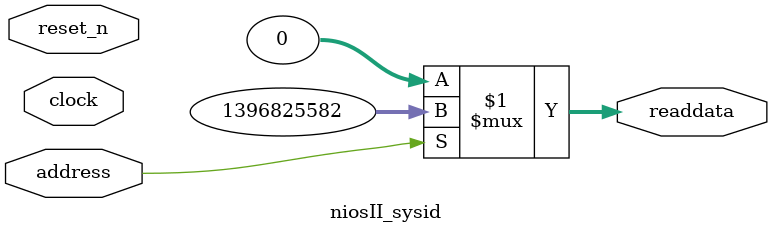
<source format=v>

`timescale 1ns / 1ps
// synthesis translate_on

// turn off superfluous verilog processor warnings 
// altera message_level Level1 
// altera message_off 10034 10035 10036 10037 10230 10240 10030 

module niosII_sysid (
               // inputs:
                address,
                clock,
                reset_n,

               // outputs:
                readdata
             )
;

  output  [ 31: 0] readdata;
  input            address;
  input            clock;
  input            reset_n;

  wire    [ 31: 0] readdata;
  //control_slave, which is an e_avalon_slave
  assign readdata = address ? 1396825582 : 0;

endmodule




</source>
